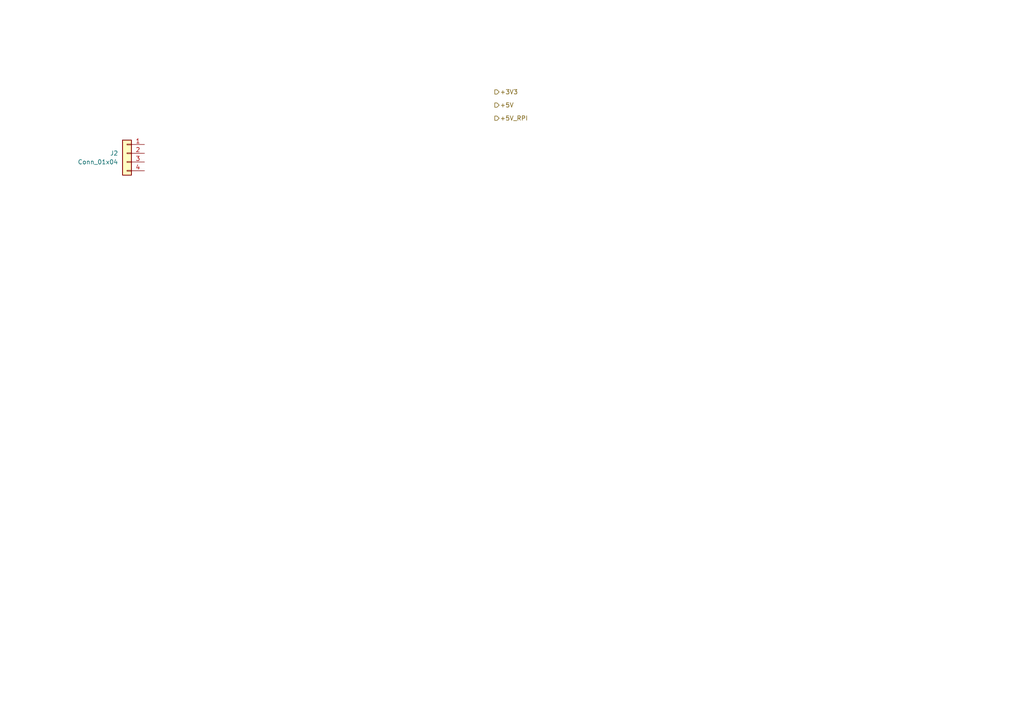
<source format=kicad_sch>
(kicad_sch (version 20231120) (generator "eeschema") (generator_version "8.0")
  (paper "A4")
  (lib_symbols
    (symbol "Connector_Generic:Conn_01x04" (pin_names (offset 1.016) hide)
      (property "Reference" "J" (at 0 5.08 0))
      (property "Value" "Conn_01x04" (at 0 -7.62 0))
      (symbol "Conn_01x04_1_1"
        (rectangle (start -1.27 -4.953) (end 0 -5.207) (stroke (width 0.1524)))
        (rectangle (start -1.27 -2.413) (end 0 -2.667) (stroke (width 0.1524)))
        (rectangle (start -1.27 0.127) (end 0 -0.127) (stroke (width 0.1524)))
        (rectangle (start -1.27 2.667) (end 0 2.413) (stroke (width 0.1524)))
        (rectangle (start -1.27 3.81) (end 1.27 -6.35) (stroke (width 0.254)) (fill (type background)))
        (pin passive line (at -5.08 2.54 0) (length 3.81) (name "Pin_1") (number "1"))
        (pin passive line (at -5.08 0 0) (length 3.81) (name "Pin_2") (number "2"))
        (pin passive line (at -5.08 -2.54 0) (length 3.81) (name "Pin_3") (number "3"))
        (pin passive line (at -5.08 -5.08 0) (length 3.81) (name "Pin_4") (number "4"))
      )
    )
  )
  (hierarchical_label "+5V_RPI" (shape output) (at 143.51 34.29 0))
  (hierarchical_label "+5V" (shape output) (at 143.51 30.48 0))
  (hierarchical_label "+3V3" (shape output) (at 143.51 26.67 0))
  (symbol (lib_id "Connector_Generic:Conn_01x04") (at 36.83 44.45 0) (mirror y) (unit 1)
    (property "Reference" "J2" (at 34.29 44.4499 0) (effects (justify left)))
    (property "Value" "Conn_01x04" (at 34.29 46.9899 0) (effects (justify left)))
    (property "Description" "Generic connector, single row, 01x04, script generated (kicad-library-utils/schlib/autogen/connector/)" (effects (hide yes)))
    (instances (project "rpi_power_warden_hat" (path "" (reference "J2") (unit 1)) (path "" (reference "J3") (unit 1))))
  )
)
</source>
